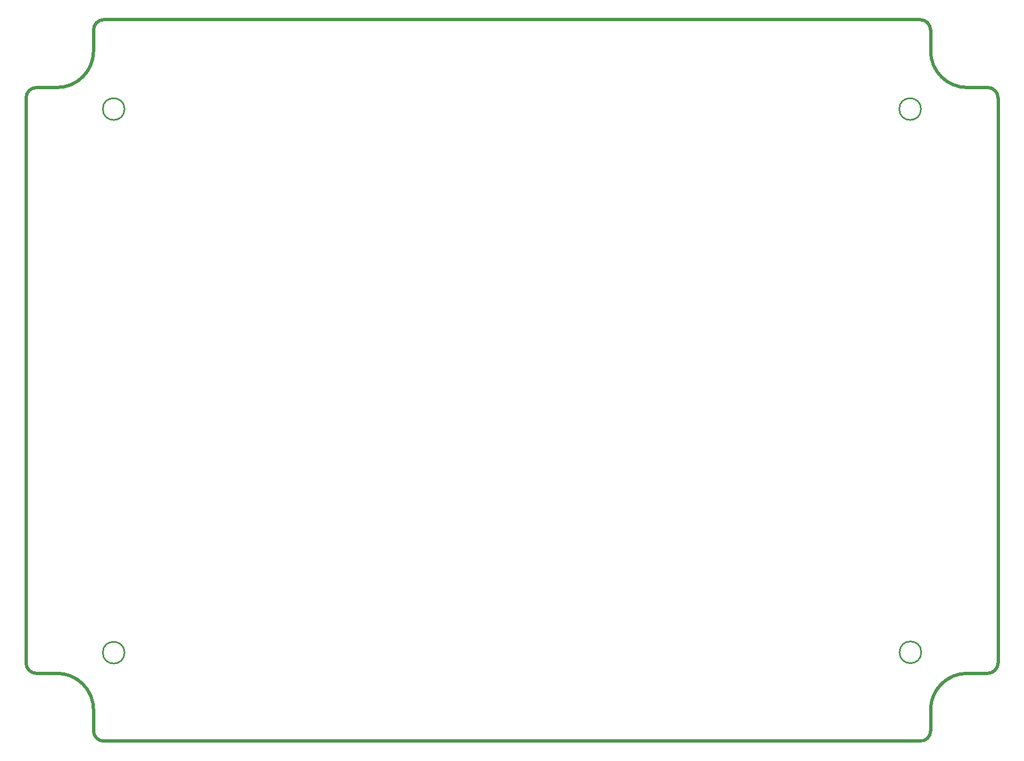
<source format=gko>
G04*
G04 #@! TF.GenerationSoftware,Altium Limited,Altium Designer,20.0.13 (296)*
G04*
G04 Layer_Color=32768*
%FSLAX25Y25*%
%MOIN*%
G70*
G01*
G75*
%ADD12C,0.01000*%
%ADD14C,0.02000*%
D12*
X494200Y52700D02*
G03*
X494200Y52700I-6500J0D01*
G01*
X494000Y377500D02*
G03*
X494000Y377500I-6500J0D01*
G01*
X18000Y52500D02*
G03*
X18000Y52500I-6500J0D01*
G01*
Y377500D02*
G03*
X18000Y377500I-6500J0D01*
G01*
D14*
X-40849Y46387D02*
G03*
X-34599Y40137I6250J0D01*
G01*
Y390408D02*
G03*
X-40849Y384158I0J-6250D01*
G01*
X-22382Y390408D02*
G03*
X-518Y412273I0J21865D01*
G01*
X5732Y430989D02*
G03*
X-518Y424739I0J-6250D01*
G01*
X499753D02*
G03*
X493503Y430989I-6250J0D01*
G01*
X499753Y412273D02*
G03*
X521618Y390408I21865J0D01*
G01*
X540085Y384158D02*
G03*
X533835Y390408I-6250J0D01*
G01*
Y40137D02*
G03*
X540085Y46387I0J6250D01*
G01*
X521618Y40137D02*
G03*
X499753Y18272I0J-21865D01*
G01*
X493503Y-444D02*
G03*
X499753Y5806I0J6250D01*
G01*
X-518D02*
G03*
X5732Y-444I6250J0D01*
G01*
X-518Y18272D02*
G03*
X-22382Y40137I-21865J0D01*
G01*
X-40849Y46387D02*
Y384158D01*
X-34599Y390408D02*
X-22382D01*
X-518Y412273D02*
Y424739D01*
X5732Y430989D02*
X493503D01*
X499753Y412273D02*
Y424739D01*
X521618Y390408D02*
X533834D01*
X540084Y46387D02*
Y384158D01*
X521618Y40137D02*
X533834D01*
X499753Y5806D02*
Y18273D01*
X5732Y-444D02*
X493503D01*
X-518Y5806D02*
Y18273D01*
X-34599Y40137D02*
X-22382D01*
M02*

</source>
